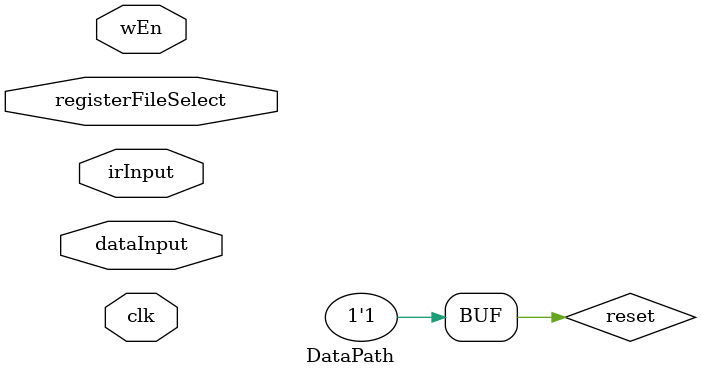
<source format=v>



module DataPath(irInput, dataInput, wEn, clk, registerFileSelect);

parameter WIDTH = 32;


	input [WIDTH-1:0] dataInput;
	input [WIDTH-1:0] irInput;
	input registerFileSelect;
	input wEn;
	wire [WIDTH-1:0] aluOutput;
	input clk;
	

wire [WIDTH-1:0] aluA;
wire [WIDTH-1:0] aluBIn;
wire [WIDTH-1:0] aluBOut;
wire [WIDTH-1:0] irOut;
wire [WIDTH-1:0] registerFileInput;
wire [WIDTH-1:0] signExt;


wire reset;
assign reset = 'b1;


	//Instruction Register
	IR ir1(irInput, irOut, clk, reset);
	
	//MUX to populate registers with inital data
	mux2_to_1 mx1(registerFileInput, dataInput, aluOutput, registerFileSelect);
	
	//Register File
	register_file32 rgf1(aluA, aluBIn, registerFileInput, wEn, irOut[25:21], irOut[20:16], irOut[15:11], clk, reset);

	//Get the correct sign extension
	mux2_to_1 mux3(signExt, {'hFFFF, irOut[15:0]}, {'h0000, irOut[15:0]}, irOut[15]);
	
	//Select either sign extension or register file value to send to ALU
	mux2_to_1 mux2(aluBOut, signExt, aluBIn, irOut[30]);

	//ALU
	alu32 alu1(aluOutput, aluA, aluBOut, irOut[29], irOut[28], irOut[27], irOut[26]);

endmodule


</source>
